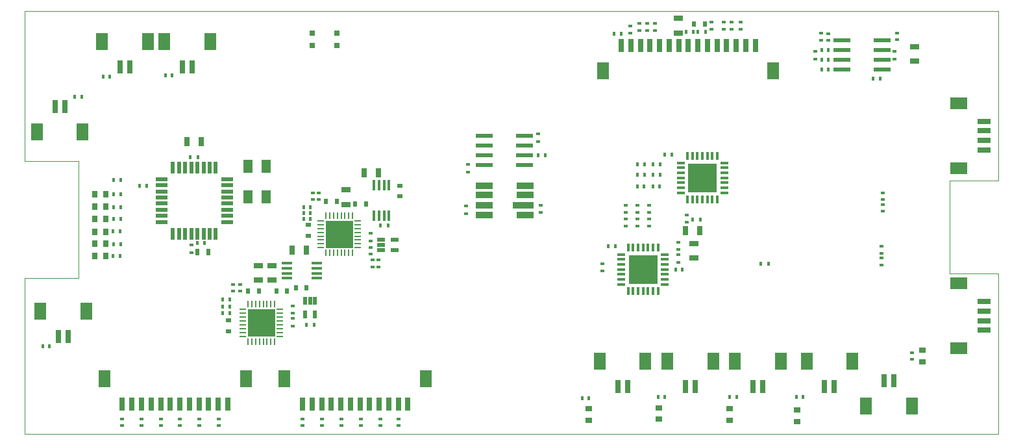
<source format=gbp>
G04*
G04 #@! TF.GenerationSoftware,Altium Limited,Altium Designer,19.1.5 (86)*
G04*
G04 Layer_Color=128*
%FSLAX44Y44*%
%MOMM*%
G71*
G01*
G75*
%ADD17C,0.1000*%
%ADD19R,0.4000X0.6000*%
%ADD20R,1.3000X0.8000*%
%ADD23R,0.6000X0.4000*%
%ADD24R,0.6000X0.4500*%
%ADD25R,0.4500X0.6000*%
%ADD30R,0.8000X0.6000*%
%ADD33R,0.7000X0.9000*%
%ADD37R,0.5000X0.9000*%
%ADD69R,0.8000X1.3000*%
%ADD70R,1.3500X0.4500*%
%ADD71R,0.9000X0.7000*%
%ADD72R,2.2000X1.6000*%
%ADD73R,1.8000X0.7000*%
%ADD74R,1.5000X0.5500*%
%ADD75R,0.5500X1.5000*%
%ADD76R,0.6000X0.8000*%
%ADD77R,0.7000X0.7500*%
%ADD78R,3.7000X3.7000*%
%ADD79R,1.0400X0.3300*%
%ADD80R,0.3300X1.0400*%
%ADD81R,2.2000X0.6000*%
%ADD82R,2.2500X0.9000*%
%ADD83R,2.8000X0.9000*%
%ADD84R,1.6000X2.2000*%
%ADD85R,0.7000X1.8000*%
%ADD86R,3.6000X3.6000*%
%ADD87R,0.8400X0.2600*%
%ADD88R,0.2600X0.8400*%
%ADD89R,1.0000X0.4700*%
%ADD90R,0.4500X1.3500*%
%ADD91R,1.2000X1.8000*%
%ADD92R,0.4700X1.0000*%
%ADD93R,3.7000X3.7000*%
G36*
X1454420Y555341D02*
X1426561D01*
Y583200D01*
X1454420D01*
Y555341D01*
D02*
G37*
G36*
X984731Y500143D02*
X971310D01*
Y513540D01*
X984731D01*
Y500143D01*
D02*
G37*
G36*
X966709Y500141D02*
X953310D01*
Y513540D01*
X966709D01*
Y500141D01*
D02*
G37*
G36*
X966706Y482115D02*
X953310D01*
Y495540D01*
X966706D01*
Y482115D01*
D02*
G37*
G36*
X984740Y482110D02*
X971310D01*
Y495540D01*
X984740D01*
Y482110D01*
D02*
G37*
G36*
X1381409Y440420D02*
X1353550D01*
Y468279D01*
X1381409D01*
Y440420D01*
D02*
G37*
G36*
X883131Y384573D02*
X869710D01*
Y397970D01*
X883131D01*
Y384573D01*
D02*
G37*
G36*
X865108Y384571D02*
X851710D01*
Y397970D01*
X865108D01*
Y384571D01*
D02*
G37*
G36*
X865106Y366545D02*
X851710D01*
Y379970D01*
X865106D01*
Y366545D01*
D02*
G37*
G36*
X883140Y366540D02*
X869710D01*
Y379970D01*
X883140D01*
Y366540D01*
D02*
G37*
D17*
X558800Y440690D02*
X628650D01*
X558800Y593090D02*
Y788670D01*
Y237490D02*
Y440690D01*
X628650D02*
Y593090D01*
X558800D02*
X628650D01*
X1828800Y567690D02*
Y650875D01*
Y375285D02*
Y447040D01*
X1765300D02*
X1828800D01*
X1765300D02*
Y567690D01*
X1828800D01*
Y650875D02*
Y788670D01*
Y237490D02*
Y375285D01*
X558800Y237490D02*
X1828800D01*
X558800Y788670D02*
X1828800D01*
D19*
X1407740Y452120D02*
D03*
X1416740D02*
D03*
X674950Y568960D02*
D03*
X683950D02*
D03*
X1285820Y284480D02*
D03*
X1294820D02*
D03*
X1384880Y285750D02*
D03*
X1393880D02*
D03*
X1487170D02*
D03*
X1478170D02*
D03*
X1565220D02*
D03*
X1574220D02*
D03*
X683260Y469900D02*
D03*
X674260D02*
D03*
X683710Y485140D02*
D03*
X674710D02*
D03*
X683260Y501650D02*
D03*
X674260D02*
D03*
X683710Y518160D02*
D03*
X674710D02*
D03*
X683710Y533400D02*
D03*
X674710D02*
D03*
X683710Y549910D02*
D03*
X674710D02*
D03*
X1237670Y600710D02*
D03*
X1228670D02*
D03*
X1366630Y560070D02*
D03*
X1357630D02*
D03*
X1367210Y575310D02*
D03*
X1358210D02*
D03*
X1367210Y589280D02*
D03*
X1358210D02*
D03*
X1386950Y560070D02*
D03*
X1377950D02*
D03*
X1387530Y575310D02*
D03*
X1378530D02*
D03*
X1387530Y589280D02*
D03*
X1378530D02*
D03*
X1393770Y601980D02*
D03*
X1402770D02*
D03*
X1320110Y482600D02*
D03*
X1329110D02*
D03*
X742260Y704850D02*
D03*
X751260D02*
D03*
X660980Y703580D02*
D03*
X669980D02*
D03*
X582240Y351790D02*
D03*
X591240D02*
D03*
X633150Y676910D02*
D03*
X624150D02*
D03*
X922600Y518160D02*
D03*
X931600D02*
D03*
X817190Y394970D02*
D03*
X826190D02*
D03*
X931600Y533400D02*
D03*
X922600D02*
D03*
X826190Y412750D02*
D03*
X817190D02*
D03*
X931600Y525780D02*
D03*
X922600D02*
D03*
X826190Y403860D02*
D03*
X817190D02*
D03*
X1607240Y737870D02*
D03*
X1598240D02*
D03*
Y712470D02*
D03*
X1607240D02*
D03*
X1665550Y701040D02*
D03*
X1674550D02*
D03*
X1607240Y725170D02*
D03*
X1598240D02*
D03*
X708550Y561340D02*
D03*
X717550D02*
D03*
X1327730Y759460D02*
D03*
X1336730D02*
D03*
X1430710Y762000D02*
D03*
X1421710D02*
D03*
D20*
X1431290Y466750D02*
D03*
Y485750D02*
D03*
X1410970Y779120D02*
D03*
Y760120D02*
D03*
X1719580Y742290D02*
D03*
Y723290D02*
D03*
X977900Y555600D02*
D03*
Y536600D02*
D03*
X881380Y457150D02*
D03*
Y438150D02*
D03*
X863600Y457150D02*
D03*
Y438150D02*
D03*
D23*
X1311910Y459160D02*
D03*
Y450160D02*
D03*
X1012190Y464240D02*
D03*
Y455240D02*
D03*
X1019810D02*
D03*
Y464240D02*
D03*
X1715770Y343590D02*
D03*
Y334590D02*
D03*
X1454150Y774120D02*
D03*
Y765120D02*
D03*
X1677670Y542870D02*
D03*
Y551870D02*
D03*
X1676400Y466780D02*
D03*
Y457780D02*
D03*
X685800Y257230D02*
D03*
Y248230D02*
D03*
X710946Y257230D02*
D03*
Y248230D02*
D03*
X736092Y257230D02*
D03*
Y248230D02*
D03*
X761238Y257230D02*
D03*
Y248230D02*
D03*
X786384Y257230D02*
D03*
Y248230D02*
D03*
X811530Y257230D02*
D03*
Y248230D02*
D03*
X920750Y257230D02*
D03*
Y248230D02*
D03*
X946150Y257230D02*
D03*
Y248230D02*
D03*
X971550Y257230D02*
D03*
Y248230D02*
D03*
X996950Y257230D02*
D03*
Y248230D02*
D03*
X1022350Y257230D02*
D03*
Y248230D02*
D03*
X1046480Y257230D02*
D03*
Y248230D02*
D03*
X1231900Y526360D02*
D03*
Y535360D02*
D03*
X1372870Y526360D02*
D03*
Y535360D02*
D03*
X1357630Y526360D02*
D03*
Y535360D02*
D03*
X1342390Y526360D02*
D03*
Y535360D02*
D03*
X1372870Y508580D02*
D03*
Y517580D02*
D03*
X1357630Y508580D02*
D03*
Y517580D02*
D03*
X1342390Y508580D02*
D03*
Y517580D02*
D03*
X1422400Y513660D02*
D03*
Y522660D02*
D03*
X1410970Y487100D02*
D03*
Y478100D02*
D03*
X1677670Y527630D02*
D03*
Y536630D02*
D03*
X1676400Y482020D02*
D03*
Y473020D02*
D03*
X934720Y542870D02*
D03*
Y551870D02*
D03*
X830580Y423490D02*
D03*
Y432490D02*
D03*
X1009650Y480750D02*
D03*
Y471750D02*
D03*
X908050Y394970D02*
D03*
Y403970D02*
D03*
X942340Y542870D02*
D03*
Y551870D02*
D03*
X839470Y423490D02*
D03*
Y432490D02*
D03*
X1606550Y750460D02*
D03*
Y759460D02*
D03*
X1597660Y759570D02*
D03*
Y750570D02*
D03*
X1696720Y760150D02*
D03*
Y751150D02*
D03*
X1492250Y774120D02*
D03*
Y765120D02*
D03*
X1480820Y774120D02*
D03*
Y765120D02*
D03*
X1470660Y774120D02*
D03*
Y765120D02*
D03*
X1381046Y772556D02*
D03*
Y763556D02*
D03*
X1370886Y772556D02*
D03*
Y763556D02*
D03*
X1360726Y772556D02*
D03*
Y763556D02*
D03*
X1348740Y769040D02*
D03*
Y760040D02*
D03*
D24*
X1228090Y628570D02*
D03*
Y618570D02*
D03*
X1136650Y589200D02*
D03*
Y579200D02*
D03*
X1134110Y524590D02*
D03*
Y534590D02*
D03*
X1410970Y471090D02*
D03*
Y461090D02*
D03*
X1009650Y499030D02*
D03*
Y489030D02*
D03*
X908050Y378460D02*
D03*
Y388460D02*
D03*
X1590040Y726520D02*
D03*
Y736520D02*
D03*
X1692910D02*
D03*
Y726520D02*
D03*
X775970Y473790D02*
D03*
Y483790D02*
D03*
D25*
X935910Y379730D02*
D03*
X925910D02*
D03*
X1032430Y509270D02*
D03*
X1022430D02*
D03*
X1519000Y459740D02*
D03*
X1529000D02*
D03*
X1446450Y762000D02*
D03*
X1436450D02*
D03*
X1430100Y516890D02*
D03*
X1440100D02*
D03*
X783590Y486410D02*
D03*
X793590D02*
D03*
X784780Y598170D02*
D03*
X774780D02*
D03*
D30*
X928370Y495920D02*
D03*
Y509920D02*
D03*
X1047750Y561370D02*
D03*
Y547370D02*
D03*
X824230Y385460D02*
D03*
Y371460D02*
D03*
D33*
X649790Y469858D02*
D03*
X664790D02*
D03*
X649790Y485501D02*
D03*
X664790D02*
D03*
X649790Y501144D02*
D03*
X664790D02*
D03*
X649790Y517696D02*
D03*
X664790D02*
D03*
X649790Y533803D02*
D03*
X664790D02*
D03*
X649790Y549910D02*
D03*
X664790D02*
D03*
D37*
X798630Y474980D02*
D03*
X783630D02*
D03*
D69*
X907440Y477520D02*
D03*
X926440D02*
D03*
X1420520Y502920D02*
D03*
X1439520D02*
D03*
X789280Y618490D02*
D03*
X770280D02*
D03*
X1001420Y577850D02*
D03*
X1020420D02*
D03*
D70*
X900430Y440540D02*
D03*
Y447040D02*
D03*
Y453540D02*
D03*
Y460040D02*
D03*
X939930Y440540D02*
D03*
Y447040D02*
D03*
Y453540D02*
D03*
Y460040D02*
D03*
D71*
X1294130Y270390D02*
D03*
Y255390D02*
D03*
X1385570Y271660D02*
D03*
Y256660D02*
D03*
X1478280Y270390D02*
D03*
Y255390D02*
D03*
X1565910Y269000D02*
D03*
Y254000D02*
D03*
X1729740Y346590D02*
D03*
Y331590D02*
D03*
D72*
X1776750Y433710D02*
D03*
Y349210D02*
D03*
X1777258Y584060D02*
D03*
Y668560D02*
D03*
D73*
X1809750Y385210D02*
D03*
Y372710D02*
D03*
Y397710D02*
D03*
Y410210D02*
D03*
X1810258Y645060D02*
D03*
Y632560D02*
D03*
Y607560D02*
D03*
Y620060D02*
D03*
D74*
X736960Y569720D02*
D03*
Y561720D02*
D03*
Y553720D02*
D03*
Y545720D02*
D03*
Y537720D02*
D03*
Y529720D02*
D03*
Y521720D02*
D03*
Y513720D02*
D03*
X822960D02*
D03*
Y521720D02*
D03*
Y529720D02*
D03*
Y537720D02*
D03*
Y545720D02*
D03*
Y553720D02*
D03*
Y561720D02*
D03*
Y569720D02*
D03*
D75*
X751960Y498720D02*
D03*
X759960D02*
D03*
X767960D02*
D03*
X775960D02*
D03*
X783960D02*
D03*
X791960D02*
D03*
X799960D02*
D03*
X807960D02*
D03*
Y584720D02*
D03*
X799960D02*
D03*
X791960D02*
D03*
X783960D02*
D03*
X775960D02*
D03*
X767960D02*
D03*
X759960D02*
D03*
X751960D02*
D03*
D76*
X1431910Y772160D02*
D03*
X1445910D02*
D03*
X965850Y541020D02*
D03*
X951850D02*
D03*
X989950Y537210D02*
D03*
X1003950D02*
D03*
X864250Y424180D02*
D03*
X850250D02*
D03*
X926480Y427990D02*
D03*
X912480D02*
D03*
X887080Y424180D02*
D03*
X901080D02*
D03*
D77*
X933960Y760090D02*
D03*
X965960D02*
D03*
Y743590D02*
D03*
X933960D02*
D03*
D78*
X1365250Y452120D02*
D03*
D79*
X1336900Y432620D02*
D03*
Y439120D02*
D03*
Y445620D02*
D03*
Y452120D02*
D03*
Y458620D02*
D03*
Y465120D02*
D03*
Y471620D02*
D03*
X1393600D02*
D03*
Y465120D02*
D03*
Y458620D02*
D03*
Y452120D02*
D03*
Y445620D02*
D03*
Y439120D02*
D03*
Y432620D02*
D03*
X1414370Y552000D02*
D03*
Y558500D02*
D03*
Y565000D02*
D03*
Y571500D02*
D03*
Y578000D02*
D03*
Y584500D02*
D03*
Y591000D02*
D03*
X1471070D02*
D03*
Y584500D02*
D03*
Y578000D02*
D03*
Y571500D02*
D03*
Y565000D02*
D03*
Y558500D02*
D03*
Y552000D02*
D03*
D80*
X1384750Y423770D02*
D03*
X1378250D02*
D03*
X1371750D02*
D03*
X1365250D02*
D03*
X1358750D02*
D03*
X1352250D02*
D03*
X1345750D02*
D03*
Y480470D02*
D03*
X1352250D02*
D03*
X1358750D02*
D03*
X1365250D02*
D03*
X1371750D02*
D03*
X1378250D02*
D03*
X1384750D02*
D03*
X1462220Y543150D02*
D03*
X1455720D02*
D03*
X1449220D02*
D03*
X1442720D02*
D03*
X1436220D02*
D03*
X1429720D02*
D03*
X1423220D02*
D03*
Y599850D02*
D03*
X1429720D02*
D03*
X1436220D02*
D03*
X1442720D02*
D03*
X1449220D02*
D03*
X1455720D02*
D03*
X1462220D02*
D03*
D81*
X1158310Y588010D02*
D03*
Y600710D02*
D03*
Y626110D02*
D03*
X1210310Y588010D02*
D03*
Y600710D02*
D03*
Y626110D02*
D03*
X1158310Y613410D02*
D03*
X1210310D02*
D03*
X1625000Y712470D02*
D03*
Y725170D02*
D03*
Y750570D02*
D03*
X1677000Y712470D02*
D03*
Y725170D02*
D03*
Y750570D02*
D03*
X1625000Y737870D02*
D03*
X1677000D02*
D03*
D82*
X1211660Y561290D02*
D03*
Y548790D02*
D03*
Y523290D02*
D03*
X1158160D02*
D03*
Y535790D02*
D03*
Y548790D02*
D03*
Y561290D02*
D03*
D83*
X1208910Y535790D02*
D03*
D84*
X847090Y309880D02*
D03*
X662590D02*
D03*
X1082080Y309860D02*
D03*
X897580D02*
D03*
X1715770Y274320D02*
D03*
X1656270D02*
D03*
X1578610Y332740D02*
D03*
X1638110D02*
D03*
X1397190Y332740D02*
D03*
X1456690D02*
D03*
X1485360Y332720D02*
D03*
X1544860D02*
D03*
X1308930D02*
D03*
X1368430D02*
D03*
X1313270Y711220D02*
D03*
X1535270D02*
D03*
X579310Y397510D02*
D03*
X638810D02*
D03*
X741040Y749280D02*
D03*
X800540D02*
D03*
X634270Y631210D02*
D03*
X574770D02*
D03*
X659760Y749280D02*
D03*
X719260D02*
D03*
D85*
X823590Y276880D02*
D03*
X811090D02*
D03*
X786090D02*
D03*
X798590D02*
D03*
X748590D02*
D03*
X736090D02*
D03*
X761090D02*
D03*
X773590D02*
D03*
X711090D02*
D03*
X723590D02*
D03*
X698590D02*
D03*
X686090D02*
D03*
X1058580Y276860D02*
D03*
X1046080D02*
D03*
X1021080D02*
D03*
X1033580D02*
D03*
X983580D02*
D03*
X971080D02*
D03*
X996080D02*
D03*
X1008580D02*
D03*
X946080D02*
D03*
X958580D02*
D03*
X933580D02*
D03*
X921080D02*
D03*
X1692270Y307320D02*
D03*
X1679770D02*
D03*
X1602110Y299740D02*
D03*
X1614610D02*
D03*
X1420690Y299740D02*
D03*
X1433190D02*
D03*
X1508860Y299720D02*
D03*
X1521360D02*
D03*
X1332430D02*
D03*
X1344930D02*
D03*
X1336770Y744220D02*
D03*
X1349270D02*
D03*
X1374270D02*
D03*
X1361770D02*
D03*
X1411770D02*
D03*
X1424270D02*
D03*
X1399270D02*
D03*
X1386770D02*
D03*
X1449270D02*
D03*
X1436770D02*
D03*
X1499270D02*
D03*
X1511770D02*
D03*
X1461770D02*
D03*
X1486770D02*
D03*
X1474270D02*
D03*
X602810Y364510D02*
D03*
X615310D02*
D03*
X764540Y716280D02*
D03*
X777040D02*
D03*
X610770Y664210D02*
D03*
X598270D02*
D03*
X683260Y716280D02*
D03*
X695760D02*
D03*
D86*
X969010Y497840D02*
D03*
X867410Y382270D02*
D03*
D87*
X944660Y515340D02*
D03*
Y510340D02*
D03*
Y505340D02*
D03*
Y500340D02*
D03*
Y495340D02*
D03*
Y490340D02*
D03*
Y485340D02*
D03*
Y480340D02*
D03*
X993360D02*
D03*
Y485340D02*
D03*
Y490340D02*
D03*
Y495340D02*
D03*
Y500340D02*
D03*
Y505340D02*
D03*
Y510340D02*
D03*
Y515340D02*
D03*
X843060Y399770D02*
D03*
Y394770D02*
D03*
Y389770D02*
D03*
Y384770D02*
D03*
Y379770D02*
D03*
Y374770D02*
D03*
Y369770D02*
D03*
Y364770D02*
D03*
X891760D02*
D03*
Y369770D02*
D03*
Y374770D02*
D03*
Y379770D02*
D03*
Y384770D02*
D03*
Y389770D02*
D03*
Y394770D02*
D03*
Y399770D02*
D03*
D88*
X986510Y522190D02*
D03*
X981510D02*
D03*
X976510D02*
D03*
X971510D02*
D03*
X966510D02*
D03*
X961510D02*
D03*
X956510D02*
D03*
X951510D02*
D03*
Y473490D02*
D03*
X956510D02*
D03*
X961510D02*
D03*
X966510D02*
D03*
X971510D02*
D03*
X976510D02*
D03*
X981510D02*
D03*
X986510D02*
D03*
X884910Y406620D02*
D03*
X879910D02*
D03*
X874910D02*
D03*
X869910D02*
D03*
X864910D02*
D03*
X859910D02*
D03*
X854910D02*
D03*
X849910D02*
D03*
Y357920D02*
D03*
X854910D02*
D03*
X859910D02*
D03*
X864910D02*
D03*
X869910D02*
D03*
X874910D02*
D03*
X879910D02*
D03*
X884910D02*
D03*
D89*
X1023620Y483870D02*
D03*
X1041620Y490370D02*
D03*
Y477370D02*
D03*
X1023620Y490370D02*
D03*
Y477370D02*
D03*
D90*
X1014580Y521970D02*
D03*
X1021080D02*
D03*
X1027580D02*
D03*
X1034080D02*
D03*
X1014580Y561470D02*
D03*
X1021080D02*
D03*
X1027580D02*
D03*
X1034080D02*
D03*
D91*
X873630Y586740D02*
D03*
Y546740D02*
D03*
X849630D02*
D03*
Y586740D02*
D03*
D92*
X930910Y411480D02*
D03*
X937410Y393480D02*
D03*
X924410D02*
D03*
X937410Y411480D02*
D03*
X924410D02*
D03*
D93*
X1442720Y571500D02*
D03*
M02*

</source>
